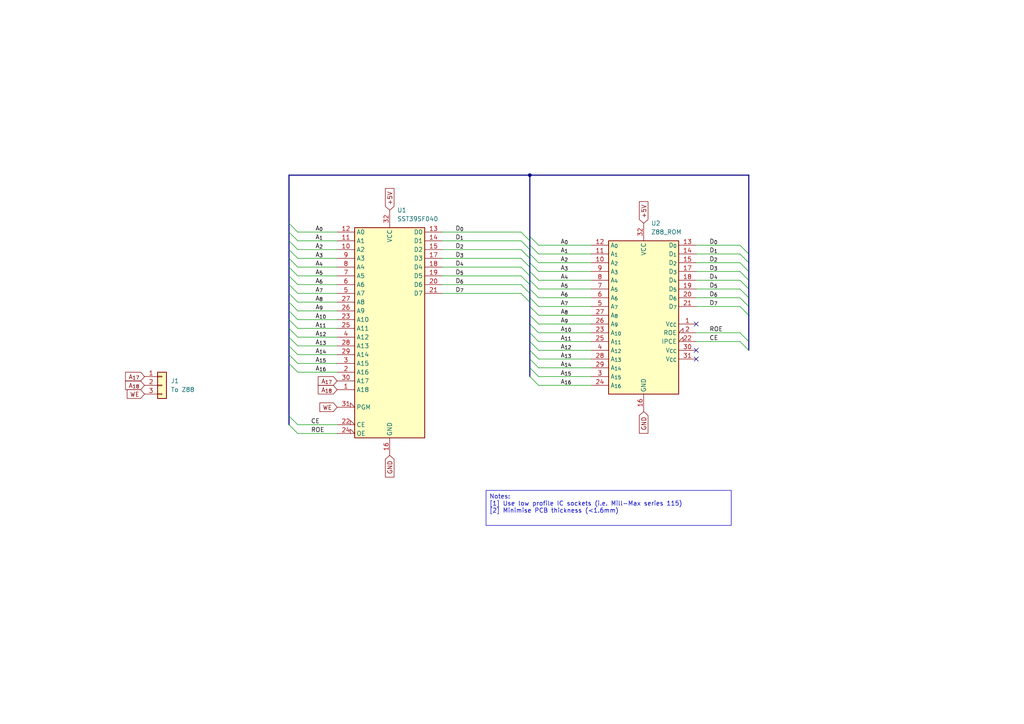
<source format=kicad_sch>
(kicad_sch (version 20250114) (generator "eeschema") (generator_version "9.0")
  (paper "A4")
  (title_block (title "Z88 ROM to Flash ROM Converter") (date "1/OCT/2025") (rev "A") (company "Brett Hallen") (comment 1 "www.youtube.com/@Brfff"))
  (lib_symbols
    (symbol "Clueless_Engineer:Z88_ROM"
      (property "Reference" "U" (at 0 0 0))
      (symbol "Z88_ROM_0_0"
        (pin power_in line (at -2.54 1.27 270) (length 5.08) (name "VCC") (number "32"))
        (pin power_in line (at -2.54 -53.34 90) (length 5.08) (name "GND") (number "16"))
      )
      (symbol "Z88_ROM_0_1"
        (rectangle (start -12.7 -3.81) (end 7.62 -48.26) (stroke (width 0.254)) (fill (type background)))
      )
      (symbol "Z88_ROM_1_1"
        (pin input line (at -17.78 -5.08 0) (length 5.08) (name "A_{0}") (number "12"))
        (pin input line (at -17.78 -7.62 0) (length 5.08) (name "A_{1}") (number "11"))
        (pin input line (at -17.78 -10.16 0) (length 5.08) (name "A_{2}") (number "10"))
        (pin input line (at -17.78 -12.7 0) (length 5.08) (name "A_{3}") (number "9"))
        (pin input line (at -17.78 -15.24 0) (length 5.08) (name "A_{4}") (number "8"))
        (pin input line (at -17.78 -17.78 0) (length 5.08) (name "A_{5}") (number "7"))
        (pin input line (at -17.78 -20.32 0) (length 5.08) (name "A_{6}") (number "6"))
        (pin input line (at -17.78 -22.86 0) (length 5.08) (name "A_{7}") (number "5"))
        (pin input line (at -17.78 -25.4 0) (length 5.08) (name "A_{8}") (number "27"))
        (pin input line (at -17.78 -27.94 0) (length 5.08) (name "A_{9}") (number "26"))
        (pin input line (at -17.78 -30.48 0) (length 5.08) (name "A_{10}") (number "23"))
        (pin input line (at -17.78 -33.02 0) (length 5.08) (name "A_{11}") (number "25"))
        (pin input line (at -17.78 -35.56 0) (length 5.08) (name "A_{12}") (number "4"))
        (pin input line (at -17.78 -38.1 0) (length 5.08) (name "A_{13}") (number "28"))
        (pin input line (at -17.78 -40.64 0) (length 5.08) (name "A_{14}") (number "29"))
        (pin input line (at -17.78 -43.18 0) (length 5.08) (name "A_{15}") (number "3"))
        (pin input line (at -17.78 -45.72 0) (length 5.08) (name "A_{16}") (number "24"))
        (pin tri_state line (at 12.7 -5.08 180) (length 5.08) (name "D_{0}") (number "13"))
        (pin tri_state line (at 12.7 -7.62 180) (length 5.08) (name "D_{1}") (number "14"))
        (pin tri_state line (at 12.7 -10.16 180) (length 5.08) (name "D_{2}") (number "15"))
        (pin tri_state line (at 12.7 -12.7 180) (length 5.08) (name "D_{3}") (number "17"))
        (pin tri_state line (at 12.7 -15.24 180) (length 5.08) (name "D_{4}") (number "18"))
        (pin tri_state line (at 12.7 -17.78 180) (length 5.08) (name "D_{5}") (number "19"))
        (pin tri_state line (at 12.7 -20.32 180) (length 5.08) (name "D_{6}") (number "20"))
        (pin tri_state line (at 12.7 -22.86 180) (length 5.08) (name "D_{7}") (number "21"))
        (pin input line (at 12.7 -27.94 180) (length 5.08) (name "V_{CC}") (number "1"))
        (pin input input_low (at 12.7 -30.48 180) (length 5.08) (name "ROE") (number "2"))
        (pin input input_low (at 12.7 -33.02 180) (length 5.08) (name "IPCE") (number "22"))
        (pin input line (at 12.7 -35.56 180) (length 5.08) (name "V_{CC}") (number "30"))
        (pin input line (at 12.7 -38.1 180) (length 5.08) (name "V_{CC}") (number "31"))
      )
    )
    (symbol "Connector_Generic:Conn_01x03" (pin_names (offset 1.016) (hide yes))
      (property "Reference" "J" (at 0 5.08 0))
      (property "Value" "Conn_01x03" (at 0 -5.08 0))
      (symbol "Conn_01x03_1_1"
        (rectangle (start -1.27 3.81) (end 1.27 -3.81) (stroke (width 0.254)) (fill (type background)))
        (rectangle (start -1.27 2.667) (end 0 2.413) (stroke (width 0.1524)))
        (rectangle (start -1.27 0.127) (end 0 -0.127) (stroke (width 0.1524)))
        (rectangle (start -1.27 -2.413) (end 0 -2.667) (stroke (width 0.1524)))
        (pin passive line (at -5.08 2.54 0) (length 3.81) (name "Pin_1") (number "1"))
        (pin passive line (at -5.08 0 0) (length 3.81) (name "Pin_2") (number "2"))
        (pin passive line (at -5.08 -2.54 0) (length 3.81) (name "Pin_3") (number "3"))
      )
    )
    (symbol "Memory_Flash:SST39SF040"
      (property "Reference" "U" (at 2.54 33.02 0))
      (property "Value" "SST39SF040" (at 0 -30.48 0))
      (symbol "SST39SF040_0_0"
        (pin power_in line (at 0 36.83 270) (length 5.08) (name "VCC") (number "32"))
        (pin power_in line (at 0 -34.29 90) (length 5.08) (name "GND") (number "16"))
      )
      (symbol "SST39SF040_0_1"
        (rectangle (start -10.16 31.75) (end 10.16 -29.21) (stroke (width 0.254)) (fill (type background)))
      )
      (symbol "SST39SF040_1_1"
        (pin input line (at -15.24 30.48 0) (length 5.08) (name "A0") (number "12"))
        (pin input line (at -15.24 27.94 0) (length 5.08) (name "A1") (number "11"))
        (pin input line (at -15.24 25.4 0) (length 5.08) (name "A2") (number "10"))
        (pin input line (at -15.24 22.86 0) (length 5.08) (name "A3") (number "9"))
        (pin input line (at -15.24 20.32 0) (length 5.08) (name "A4") (number "8"))
        (pin input line (at -15.24 17.78 0) (length 5.08) (name "A5") (number "7"))
        (pin input line (at -15.24 15.24 0) (length 5.08) (name "A6") (number "6"))
        (pin input line (at -15.24 12.7 0) (length 5.08) (name "A7") (number "5"))
        (pin input line (at -15.24 10.16 0) (length 5.08) (name "A8") (number "27"))
        (pin input line (at -15.24 7.62 0) (length 5.08) (name "A9") (number "26"))
        (pin input line (at -15.24 5.08 0) (length 5.08) (name "A10") (number "23"))
        (pin input line (at -15.24 2.54 0) (length 5.08) (name "A11") (number "25"))
        (pin input line (at -15.24 0 0) (length 5.08) (name "A12") (number "4"))
        (pin input line (at -15.24 -2.54 0) (length 5.08) (name "A13") (number "28"))
        (pin input line (at -15.24 -5.08 0) (length 5.08) (name "A14") (number "29"))
        (pin input line (at -15.24 -7.62 0) (length 5.08) (name "A15") (number "3"))
        (pin input line (at -15.24 -10.16 0) (length 5.08) (name "A16") (number "2"))
        (pin input line (at -15.24 -12.7 0) (length 5.08) (name "A17") (number "30"))
        (pin input line (at -15.24 -15.24 0) (length 5.08) (name "A18") (number "1"))
        (pin input input_low (at -15.24 -20.32 0) (length 5.08) (name "PGM") (number "31"))
        (pin input input_low (at -15.24 -25.4 0) (length 5.08) (name "CE") (number "22"))
        (pin input input_low (at -15.24 -27.94 0) (length 5.08) (name "OE") (number "24"))
        (pin tri_state line (at 15.24 30.48 180) (length 5.08) (name "D0") (number "13"))
        (pin tri_state line (at 15.24 27.94 180) (length 5.08) (name "D1") (number "14"))
        (pin tri_state line (at 15.24 25.4 180) (length 5.08) (name "D2") (number "15"))
        (pin tri_state line (at 15.24 22.86 180) (length 5.08) (name "D3") (number "17"))
        (pin tri_state line (at 15.24 20.32 180) (length 5.08) (name "D4") (number "18"))
        (pin tri_state line (at 15.24 17.78 180) (length 5.08) (name "D5") (number "19"))
        (pin tri_state line (at 15.24 15.24 180) (length 5.08) (name "D6") (number "20"))
        (pin tri_state line (at 15.24 12.7 180) (length 5.08) (name "D7") (number "21"))
      )
    )
  )
  (text_box "Notes:\n[1] Use low profile IC sockets (i.e. Mill-Max series 115)\n[2] Minimise PCB thickness (<1.6mm)" (at 140.97 142.24 0) (size 71.12 10.16) (margins 0.9525 0.9525 0.9525 0.9525) (effects (font (size 1.27 1.27)) (justify left top)))
  (junction (at 153.67 50.8))
  (no_connect (at 201.93 101.6))
  (no_connect (at 201.93 93.98))
  (no_connect (at 201.93 104.14))
  (bus_entry (at 153.67 96.52) (size 2.54 2.54))
  (bus_entry (at 83.82 72.39) (size 2.54 2.54))
  (bus_entry (at 153.67 88.9) (size 2.54 2.54))
  (bus_entry (at 83.82 67.31) (size 2.54 2.54))
  (bus_entry (at 153.67 77.47) (size -2.54 -2.54))
  (bus_entry (at 153.67 93.98) (size 2.54 2.54))
  (bus_entry (at 83.82 123.19) (size 2.54 2.54))
  (bus_entry (at 153.67 68.58) (size 2.54 2.54))
  (bus_entry (at 83.82 92.71) (size 2.54 2.54))
  (bus_entry (at 153.67 80.01) (size -2.54 -2.54))
  (bus_entry (at 217.17 83.82) (size -2.54 -2.54))
  (bus_entry (at 153.67 83.82) (size 2.54 2.54))
  (bus_entry (at 153.67 85.09) (size -2.54 -2.54))
  (bus_entry (at 153.67 106.68) (size 2.54 2.54))
  (bus_entry (at 83.82 64.77) (size 2.54 2.54))
  (bus_entry (at 217.17 101.6) (size -2.54 -2.54))
  (bus_entry (at 83.82 74.93) (size 2.54 2.54))
  (bus_entry (at 153.67 109.22) (size 2.54 2.54))
  (bus_entry (at 217.17 81.28) (size -2.54 -2.54))
  (bus_entry (at 153.67 81.28) (size 2.54 2.54))
  (bus_entry (at 83.82 82.55) (size 2.54 2.54))
  (bus_entry (at 153.67 82.55) (size -2.54 -2.54))
  (bus_entry (at 217.17 78.74) (size -2.54 -2.54))
  (bus_entry (at 153.67 86.36) (size 2.54 2.54))
  (bus_entry (at 83.82 95.25) (size 2.54 2.54))
  (bus_entry (at 83.82 80.01) (size 2.54 2.54))
  (bus_entry (at 83.82 120.65) (size 2.54 2.54))
  (bus_entry (at 217.17 99.06) (size -2.54 -2.54))
  (bus_entry (at 217.17 91.44) (size -2.54 -2.54))
  (bus_entry (at 83.82 105.41) (size 2.54 2.54))
  (bus_entry (at 153.67 71.12) (size 2.54 2.54))
  (bus_entry (at 153.67 76.2) (size 2.54 2.54))
  (bus_entry (at 83.82 102.87) (size 2.54 2.54))
  (bus_entry (at 83.82 77.47) (size 2.54 2.54))
  (bus_entry (at 153.67 74.93) (size -2.54 -2.54))
  (bus_entry (at 83.82 85.09) (size 2.54 2.54))
  (bus_entry (at 153.67 72.39) (size -2.54 -2.54))
  (bus_entry (at 83.82 69.85) (size 2.54 2.54))
  (bus_entry (at 153.67 101.6) (size 2.54 2.54))
  (bus_entry (at 83.82 90.17) (size 2.54 2.54))
  (bus_entry (at 153.67 87.63) (size -2.54 -2.54))
  (bus_entry (at 153.67 99.06) (size 2.54 2.54))
  (bus_entry (at 153.67 73.66) (size 2.54 2.54))
  (bus_entry (at 153.67 69.85) (size -2.54 -2.54))
  (bus_entry (at 83.82 97.79) (size 2.54 2.54))
  (bus_entry (at 153.67 104.14) (size 2.54 2.54))
  (bus_entry (at 217.17 88.9) (size -2.54 -2.54))
  (bus_entry (at 83.82 87.63) (size 2.54 2.54))
  (bus_entry (at 217.17 73.66) (size -2.54 -2.54))
  (bus_entry (at 153.67 78.74) (size 2.54 2.54))
  (bus_entry (at 83.82 100.33) (size 2.54 2.54))
  (bus_entry (at 217.17 86.36) (size -2.54 -2.54))
  (bus_entry (at 217.17 76.2) (size -2.54 -2.54))
  (bus_entry (at 153.67 91.44) (size 2.54 2.54))
  (wire (pts (xy 86.36 95.25) (xy 97.79 95.25)))
  (wire (pts (xy 86.36 107.95) (xy 97.79 107.95)))
  (wire (pts (xy 156.21 86.36) (xy 171.45 86.36)))
  (wire (pts (xy 128.27 85.09) (xy 151.13 85.09)))
  (bus (pts (xy 217.17 99.06) (xy 217.17 101.6)))
  (bus (pts (xy 83.82 105.41) (xy 83.82 102.87)))
  (wire (pts (xy 156.21 96.52) (xy 171.45 96.52)))
  (bus (pts (xy 153.67 106.68) (xy 153.67 109.22)))
  (wire (pts (xy 128.27 77.47) (xy 151.13 77.47)))
  (wire (pts (xy 201.93 99.06) (xy 214.63 99.06)))
  (wire (pts (xy 86.36 87.63) (xy 97.79 87.63)))
  (wire (pts (xy 156.21 91.44) (xy 171.45 91.44)))
  (bus (pts (xy 153.67 50.8) (xy 217.17 50.8)))
  (bus (pts (xy 83.82 102.87) (xy 83.82 100.33)))
  (wire (pts (xy 201.93 71.12) (xy 214.63 71.12)))
  (wire (pts (xy 128.27 80.01) (xy 151.13 80.01)))
  (bus (pts (xy 153.67 82.55) (xy 153.67 83.82)))
  (wire (pts (xy 128.27 72.39) (xy 151.13 72.39)))
  (bus (pts (xy 153.67 86.36) (xy 153.67 87.63)))
  (wire (pts (xy 128.27 82.55) (xy 151.13 82.55)))
  (bus (pts (xy 153.67 83.82) (xy 153.67 85.09)))
  (bus (pts (xy 217.17 83.82) (xy 217.17 86.36)))
  (bus (pts (xy 217.17 78.74) (xy 217.17 81.28)))
  (wire (pts (xy 156.21 101.6) (xy 171.45 101.6)))
  (bus (pts (xy 153.67 69.85) (xy 153.67 71.12)))
  (wire (pts (xy 201.93 73.66) (xy 214.63 73.66)))
  (bus (pts (xy 153.67 93.98) (xy 153.67 96.52)))
  (wire (pts (xy 201.93 96.52) (xy 214.63 96.52)))
  (wire (pts (xy 86.36 69.85) (xy 97.79 69.85)))
  (bus (pts (xy 217.17 86.36) (xy 217.17 88.9)))
  (wire (pts (xy 128.27 67.31) (xy 151.13 67.31)))
  (wire (pts (xy 201.93 88.9) (xy 214.63 88.9)))
  (wire (pts (xy 156.21 93.98) (xy 171.45 93.98)))
  (wire (pts (xy 156.21 104.14) (xy 171.45 104.14)))
  (bus (pts (xy 83.82 74.93) (xy 83.82 72.39)))
  (bus (pts (xy 83.82 105.41) (xy 83.82 120.65)))
  (bus (pts (xy 83.82 85.09) (xy 83.82 82.55)))
  (wire (pts (xy 86.36 72.39) (xy 97.79 72.39)))
  (wire (pts (xy 156.21 99.06) (xy 171.45 99.06)))
  (bus (pts (xy 153.67 104.14) (xy 153.67 106.68)))
  (wire (pts (xy 201.93 86.36) (xy 214.63 86.36)))
  (bus (pts (xy 217.17 81.28) (xy 217.17 83.82)))
  (wire (pts (xy 86.36 102.87) (xy 97.79 102.87)))
  (wire (pts (xy 86.36 92.71) (xy 97.79 92.71)))
  (bus (pts (xy 83.82 87.63) (xy 83.82 85.09)))
  (bus (pts (xy 153.67 81.28) (xy 153.67 82.55)))
  (bus (pts (xy 153.67 91.44) (xy 153.67 93.98)))
  (bus (pts (xy 83.82 64.77) (xy 83.82 50.8)))
  (wire (pts (xy 86.36 100.33) (xy 97.79 100.33)))
  (bus (pts (xy 83.82 92.71) (xy 83.82 90.17)))
  (wire (pts (xy 156.21 78.74) (xy 171.45 78.74)))
  (bus (pts (xy 83.82 97.79) (xy 83.82 95.25)))
  (bus (pts (xy 83.82 100.33) (xy 83.82 97.79)))
  (bus (pts (xy 217.17 73.66) (xy 217.17 76.2)))
  (wire (pts (xy 201.93 81.28) (xy 214.63 81.28)))
  (bus (pts (xy 153.67 71.12) (xy 153.67 72.39)))
  (bus (pts (xy 217.17 88.9) (xy 217.17 91.44)))
  (wire (pts (xy 156.21 76.2) (xy 171.45 76.2)))
  (bus (pts (xy 83.82 50.8) (xy 153.67 50.8)))
  (bus (pts (xy 83.82 69.85) (xy 83.82 67.31)))
  (wire (pts (xy 86.36 105.41) (xy 97.79 105.41)))
  (bus (pts (xy 83.82 80.01) (xy 83.82 77.47)))
  (bus (pts (xy 83.82 77.47) (xy 83.82 74.93)))
  (bus (pts (xy 217.17 50.8) (xy 217.17 73.66)))
  (wire (pts (xy 156.21 106.68) (xy 171.45 106.68)))
  (wire (pts (xy 128.27 69.85) (xy 151.13 69.85)))
  (wire (pts (xy 86.36 67.31) (xy 97.79 67.31)))
  (wire (pts (xy 86.36 85.09) (xy 97.79 85.09)))
  (wire (pts (xy 86.36 82.55) (xy 97.79 82.55)))
  (wire (pts (xy 86.36 125.73) (xy 97.79 125.73)))
  (bus (pts (xy 83.82 67.31) (xy 83.82 64.77)))
  (bus (pts (xy 217.17 91.44) (xy 217.17 99.06)))
  (wire (pts (xy 86.36 97.79) (xy 97.79 97.79)))
  (bus (pts (xy 83.82 90.17) (xy 83.82 87.63)))
  (bus (pts (xy 153.67 50.8) (xy 153.67 68.58)))
  (wire (pts (xy 86.36 74.93) (xy 97.79 74.93)))
  (bus (pts (xy 153.67 68.58) (xy 153.67 69.85)))
  (bus (pts (xy 153.67 80.01) (xy 153.67 81.28)))
  (bus (pts (xy 153.67 96.52) (xy 153.67 99.06)))
  (bus (pts (xy 153.67 87.63) (xy 153.67 88.9)))
  (wire (pts (xy 156.21 88.9) (xy 171.45 88.9)))
  (wire (pts (xy 156.21 81.28) (xy 171.45 81.28)))
  (bus (pts (xy 83.82 72.39) (xy 83.82 69.85)))
  (wire (pts (xy 156.21 109.22) (xy 171.45 109.22)))
  (bus (pts (xy 153.67 73.66) (xy 153.67 74.93)))
  (bus (pts (xy 153.67 76.2) (xy 153.67 77.47)))
  (wire (pts (xy 86.36 123.19) (xy 97.79 123.19)))
  (wire (pts (xy 86.36 80.01) (xy 97.79 80.01)))
  (bus (pts (xy 153.67 74.93) (xy 153.67 76.2)))
  (wire (pts (xy 201.93 78.74) (xy 214.63 78.74)))
  (bus (pts (xy 83.82 95.25) (xy 83.82 92.71)))
  (bus (pts (xy 153.67 99.06) (xy 153.67 101.6)))
  (bus (pts (xy 217.17 76.2) (xy 217.17 78.74)))
  (wire (pts (xy 156.21 111.76) (xy 171.45 111.76)))
  (wire (pts (xy 86.36 77.47) (xy 97.79 77.47)))
  (bus (pts (xy 153.67 78.74) (xy 153.67 80.01)))
  (bus (pts (xy 83.82 82.55) (xy 83.82 80.01)))
  (bus (pts (xy 153.67 72.39) (xy 153.67 73.66)))
  (bus (pts (xy 153.67 101.6) (xy 153.67 104.14)))
  (wire (pts (xy 156.21 83.82) (xy 171.45 83.82)))
  (wire (pts (xy 128.27 74.93) (xy 151.13 74.93)))
  (wire (pts (xy 156.21 73.66) (xy 171.45 73.66)))
  (wire (pts (xy 156.21 71.12) (xy 171.45 71.12)))
  (wire (pts (xy 86.36 90.17) (xy 97.79 90.17)))
  (bus (pts (xy 153.67 77.47) (xy 153.67 78.74)))
  (bus (pts (xy 153.67 85.09) (xy 153.67 86.36)))
  (bus (pts (xy 83.82 120.65) (xy 83.82 123.19)))
  (wire (pts (xy 201.93 83.82) (xy 214.63 83.82)))
  (wire (pts (xy 201.93 76.2) (xy 214.63 76.2)))
  (bus (pts (xy 153.67 88.9) (xy 153.67 91.44)))
  (label "A_{13}" (at 162.56 104.14 0))
  (label "ROE" (at 205.74 96.52 0))
  (label "A_{0}" (at 162.56 71.12 0))
  (label "A_{3}" (at 91.44 74.93 0))
  (label "CE" (at 90.17 123.19 0))
  (label "A_{0}" (at 91.44 67.31 0))
  (label "D_{2}" (at 205.74 76.2 0))
  (label "A_{4}" (at 91.44 77.47 0))
  (label "D_{5}" (at 205.74 83.82 0))
  (label "D_{0}" (at 132.08 67.31 0))
  (label "D_{2}" (at 132.08 72.39 0))
  (label "A_{6}" (at 91.44 82.55 0))
  (label "A_{5}" (at 162.56 83.82 0))
  (label "D_{6}" (at 132.08 82.55 0))
  (label "A_{8}" (at 91.44 87.63 0))
  (label "A_{2}" (at 162.56 76.2 0))
  (label "A_{6}" (at 162.56 86.36 0))
  (label "A_{11}" (at 91.44 95.25 0))
  (label "D_{7}" (at 205.74 88.9 0))
  (label "A_{8}" (at 162.56 91.44 0))
  (label "D_{0}" (at 205.74 71.12 0))
  (label "D_{5}" (at 132.08 80.01 0))
  (label "D_{7}" (at 132.08 85.09 0))
  (label "A_{1}" (at 162.56 73.66 0))
  (label "A_{7}" (at 91.44 85.09 0))
  (label "CE" (at 205.74 99.06 0))
  (label "A_{3}" (at 162.56 78.74 0))
  (label "D_{4}" (at 205.74 81.28 0))
  (label "A_{9}" (at 91.44 90.17 0))
  (label "A_{12}" (at 91.44 97.79 0))
  (label "ROE" (at 90.17 125.73 0))
  (label "D_{4}" (at 132.08 77.47 0))
  (label "A_{13}" (at 91.44 100.33 0))
  (label "A_{10}" (at 91.44 92.71 0))
  (label "A_{15}" (at 162.56 109.22 0))
  (label "D_{6}" (at 205.74 86.36 0))
  (label "A_{15}" (at 91.44 105.41 0))
  (label "A_{16}" (at 91.44 107.95 0))
  (label "A_{14}" (at 162.56 106.68 0))
  (label "A_{9}" (at 162.56 93.98 0))
  (label "D_{3}" (at 132.08 74.93 0))
  (label "A_{11}" (at 162.56 99.06 0))
  (label "A_{12}" (at 162.56 101.6 0))
  (label "A_{1}" (at 91.44 69.85 0))
  (label "A_{16}" (at 162.56 111.76 0))
  (label "A_{4}" (at 162.56 81.28 0))
  (label "A_{7}" (at 162.56 88.9 0))
  (label "D_{1}" (at 132.08 69.85 0))
  (label "D_{1}" (at 205.74 73.66 0))
  (label "A_{5}" (at 91.44 80.01 0))
  (label "A_{10}" (at 162.56 96.52 0))
  (label "A_{2}" (at 91.44 72.39 0))
  (label "A_{14}" (at 91.44 102.87 0))
  (label "D_{3}" (at 205.74 78.74 0))
  (global_label "A_{18}" (shape input) (at 97.79 113.03 180) (property "Intersheetrefs" "${INTERSHEET_REFS}" (effects (hide yes))))
  (global_label "GND" (shape input) (at 113.03 132.08 270) (property "Intersheetrefs" "${INTERSHEET_REFS}" (effects (hide yes))))
  (global_label "+5V" (shape input) (at 186.69 64.77 90) (property "Intersheetrefs" "${INTERSHEET_REFS}" (effects (hide yes))))
  (global_label "A_{17}" (shape input) (at 97.79 110.49 180) (property "Intersheetrefs" "${INTERSHEET_REFS}" (effects (hide yes))))
  (global_label "+5V" (shape input) (at 113.03 60.96 90) (property "Intersheetrefs" "${INTERSHEET_REFS}" (effects (hide yes))))
  (global_label "A_{17}" (shape input) (at 41.91 109.22 180) (property "Intersheetrefs" "${INTERSHEET_REFS}" (effects (hide yes))))
  (global_label "A_{18}" (shape input) (at 41.91 111.76 180) (property "Intersheetrefs" "${INTERSHEET_REFS}" (effects (hide yes))))
  (global_label "WE" (shape input) (at 41.91 114.3 180) (property "Intersheetrefs" "${INTERSHEET_REFS}" (effects (hide yes))))
  (global_label "WE" (shape input) (at 97.79 118.11 180) (property "Intersheetrefs" "${INTERSHEET_REFS}" (effects (hide yes))))
  (global_label "GND" (shape input) (at 186.69 119.38 270) (property "Intersheetrefs" "${INTERSHEET_REFS}" (effects (hide yes))))
  (symbol (lib_id "Memory_Flash:SST39SF040") (at 113.03 97.79 0) (unit 1)
    (property "Reference" "U1" (at 115.1733 60.96 0) (effects (justify left)))
    (property "Value" "SST39SF040" (at 115.1733 63.5 0) (effects (justify left)))
    (property "Footprint" "Package_DIP:DIP-32_W15.24mm_Socket" (effects (hide yes)))
    (property "Datasheet" "http://ww1.microchip.com/downloads/en/DeviceDoc/25022B.pdf" (effects (hide yes)))
    (property "Description" "Silicon Storage Technology (SSF) 512k x 8 Flash ROM" (effects (hide yes)))
  )
  (symbol (lib_id "Connector_Generic:Conn_01x03") (at 46.99 111.76 0) (unit 1)
    (property "Reference" "J1" (at 49.53 110.4899 0) (effects (justify left)))
    (property "Value" "To Z88" (at 49.53 113.0299 0) (effects (justify left)))
    (property "Footprint" "Connector_PinHeader_2.54mm:PinHeader_1x03_P2.54mm_Vertical" (effects (hide yes)))
    (property "Description" "Generic connector, single row, 01x03, script generated (kicad-library-utils/schlib/autogen/connector/)" (effects (hide yes)))
  )
  (symbol (lib_id "Clueless_Engineer:Z88_ROM") (at 189.23 66.04 0) (unit 1)
    (property "Reference" "U2" (at 188.8333 64.77 0) (effects (justify left)))
    (property "Value" "Z88_ROM" (at 188.8333 67.31 0) (effects (justify left)))
    (property "Footprint" "Clueless_Engineer:DIP-32_Adapter" (effects (hide yes)))
  )
)
</source>
